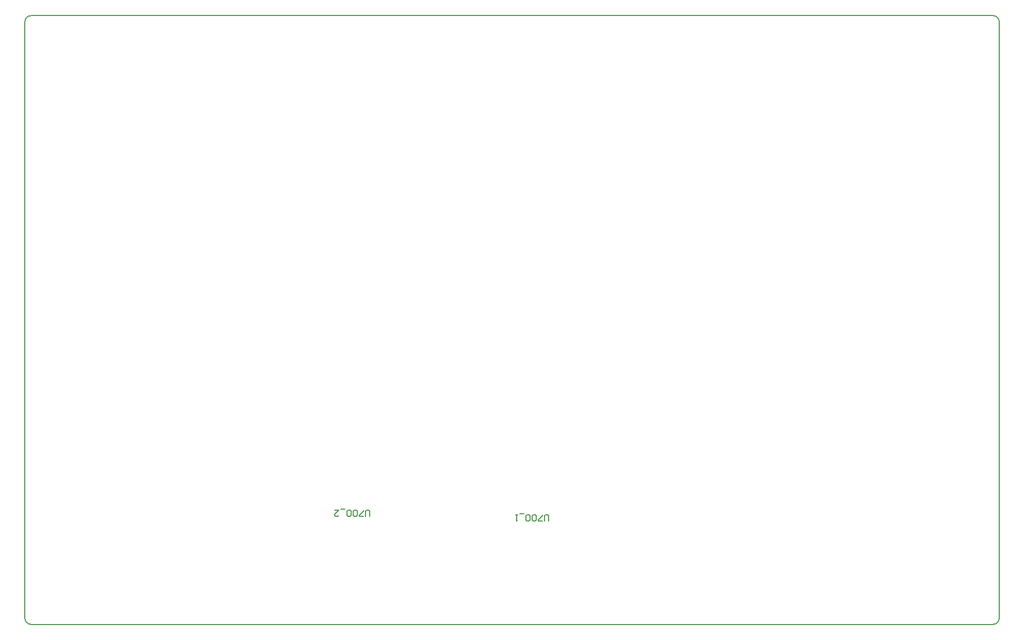
<source format=gm1>
G04*
G04 #@! TF.GenerationSoftware,Altium Limited,Altium Designer,21.4.1 (30)*
G04*
G04 Layer_Color=16711935*
%FSLAX25Y25*%
%MOIN*%
G70*
G04*
G04 #@! TF.SameCoordinates,3F7B9525-E0B4-4A28-A4E6-3C1D8492A5F8*
G04*
G04*
G04 #@! TF.FilePolarity,Positive*
G04*
G01*
G75*
%ADD119C,0.00600*%
%ADD128C,0.00700*%
D119*
X629921Y389764D02*
G03*
X625984Y393701I-3937J0D01*
G01*
X3937D02*
G03*
X0Y389764I0J-3937D01*
G01*
Y3937D02*
G03*
X3937Y0I3937J0D01*
G01*
X625984D02*
G03*
X629921Y3937I0J3937D01*
G01*
X0D02*
Y389764D01*
X3937Y0D02*
X625984D01*
X629921Y3937D02*
Y389764D01*
X3937Y393701D02*
X625984D01*
D128*
X222875Y69876D02*
Y73209D01*
X222209Y73875D01*
X220876D01*
X220209Y73209D01*
Y69876D01*
X218876D02*
X216211D01*
Y70543D01*
X218876Y73209D01*
Y73875D01*
X214878Y70543D02*
X214211Y69876D01*
X212878D01*
X212212Y70543D01*
Y73209D01*
X212878Y73875D01*
X214211D01*
X214878Y73209D01*
Y70543D01*
X210879D02*
X210212Y69876D01*
X208879D01*
X208213Y70543D01*
Y73209D01*
X208879Y73875D01*
X210212D01*
X210879Y73209D01*
Y70543D01*
X206880Y74541D02*
X204214D01*
X200216Y73875D02*
X202881D01*
X200216Y71209D01*
Y70543D01*
X200882Y69876D01*
X202215D01*
X202881Y70543D01*
X338500Y66751D02*
Y70084D01*
X337834Y70750D01*
X336501D01*
X335834Y70084D01*
Y66751D01*
X334501D02*
X331836D01*
Y67418D01*
X334501Y70084D01*
Y70750D01*
X330503Y67418D02*
X329836Y66751D01*
X328503D01*
X327837Y67418D01*
Y70084D01*
X328503Y70750D01*
X329836D01*
X330503Y70084D01*
Y67418D01*
X326504D02*
X325837Y66751D01*
X324504D01*
X323838Y67418D01*
Y70084D01*
X324504Y70750D01*
X325837D01*
X326504Y70084D01*
Y67418D01*
X322505Y71416D02*
X319839D01*
X318506Y70750D02*
X317174D01*
X317840D01*
Y66751D01*
X318506Y67418D01*
M02*

</source>
